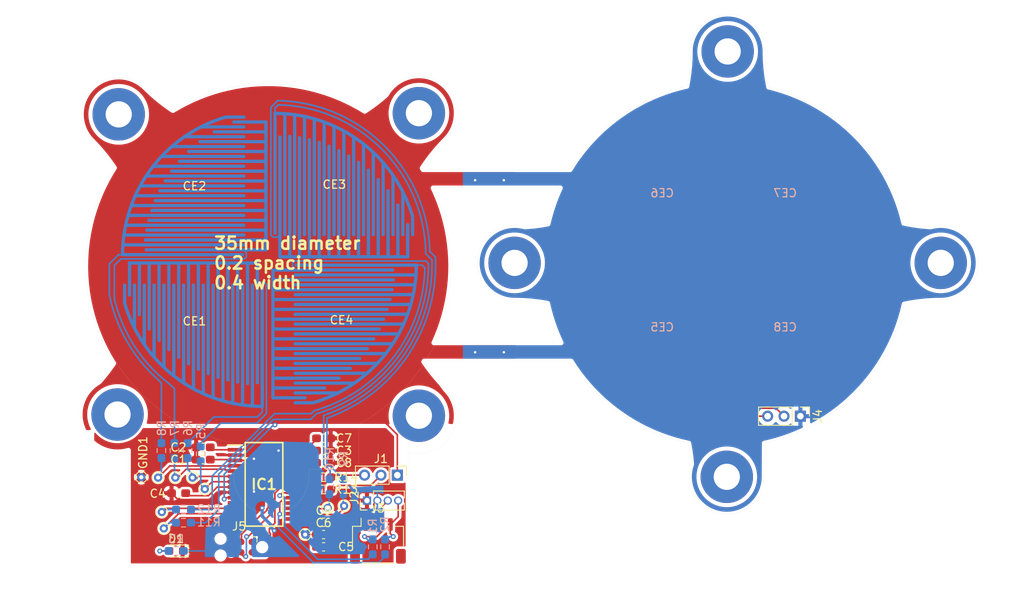
<source format=kicad_pcb>
(kicad_pcb (version 20241229) (generator "pcbnew") (generator_version "9.0")
  (layers (0 "F.Cu" signal) (2 "B.Cu" signal) (13 "F.Paste" user) (15 "B.Paste" user) (5 "F.SilkS" user "F.Silkscreen") (7 "B.SilkS" user "B.Silkscreen") (1 "F.Mask" user) (3 "B.Mask" user) (25 "Edge.Cuts" user))
  (net 0 "")
  (net 1 "Net-(IC1-VCCD)")
  (net 2 "GND")
  (net 3 "VDD")
  (net 4 "Net-(IC1-P5.2)")
  (net 5 "Net-(IC1-P5.3)")
  (net 6 "Net-(IC1-P5.0)")
  (net 7 "Net-(CE1-Pad2)")
  (net 8 "Net-(CE1-Pad1)")
  (net 9 "Net-(CE2-Pad2)")
  (net 10 "Net-(CE2-Pad1)")
  (net 15 "Net-(CE3-Pad1)")
  (net 16 "Net-(CE3-Pad2)")
  (net 17 "Net-(CE4-Pad1)")
  (net 18 "Net-(CE4-Pad2)")
  (net 19 "CAP3B")
  (net 20 "CAP2A")
  (net 21 "Net-(J1-Pin_3)")
  (net 22 "Net-(IC1-P0.1)")
  (net 27 "CAP0B")
  (net 28 "/RESET")
  (net 29 "Net-(IC1-P3.7)")
  (net 30 "CAP0A")
  (net 31 "CAP4A")
  (net 32 "Net-(IC1-P0.0)")
  (net 33 "CAP1A")
  (net 34 "CAP2B")
  (net 35 "CAP4B")
  (net 36 "Net-(IC1-P3.6)")
  (net 37 "CAP1B")
  (net 38 "CAP3A")
  (net 39 "SCL")
  (net 40 "SDA")
  (net 41 "SHIELD")
  (net 42 "Net-(J1-Pin_2)")
  (net 45 "Net-(D1-A)")
  (footprint "ECE382N:04W_02S_COIL_BACK" (layer "F.Cu") (at 186.462915 50.091 180)
    (property "Reference" "CE2")
    (property "Value" "C")
  )
  (footprint "MountingHole:MountingHole_3.2mm_M3_Pad" (layer "F.Cu") (at 216.813046 51.087283)
    (property "Reference" "H8" (hide yes))
    (property "Value" "~")
  )
  (footprint "ECE382N:04W_02S_COIL_BACK" (layer "F.Cu") (at 187.567915 50.341 90)
    (property "Reference" "CE3")
    (property "Value" "C")
  )
  (footprint "Capacitor_SMD:C_0603_1608Metric_Pad1.08x0.95mm_HandSolder" (layer "F.Cu") (at 175.8 79.2 180)
    (property "Reference" "C4")
    (property "Value" "0.1uF")
  )
  (footprint "TestPoint:TestPoint_THTPad_D1.0mm_Drill0.5mm" (layer "F.Cu") (at 177.5 77.3)
    (property "Reference" "TP2" (hide yes))
    (property "Value" "TestPoint")
  )
  (footprint "MountingHole:MountingHole_3.2mm_M3_Pad" (layer "F.Cu") (at 242.822646 25.280883)
    (property "Reference" "H5" (hide yes))
    (property "Value" "~")
  )
  (footprint "LED_SMD:LED_0603_1608Metric" (layer "F.Cu") (at 175.5 86.25 180)
    (property "Reference" "D1")
    (property "Value" "LED")
  )
  (footprint "Resistor_SMD:R_0603_1608Metric_Pad0.98x0.95mm_HandSolder" (layer "F.Cu") (at 193.5 77.25)
    (property "Reference" "R14")
    (property "Value" "560")
  )
  (footprint "Connector_PinHeader_1.27mm:PinHeader_1x04_P1.27mm_Vertical" (layer "F.Cu") (at 198.795 80.1 90)
    (property "Reference" "J2")
    (property "Value" "Conn_01x04")
  )
  (footprint "Capacitor_SMD:C_0603_1608Metric_Pad1.08x0.95mm_HandSolder" (layer "F.Cu") (at 178.8 75.1 180)
    (property "Reference" "C1")
    (property "Value" "0.1uF")
  )
  (footprint "ECE382N:04W_02S_COIL_FRONT" (layer "F.Cu") (at 242.23072 49.976 180)
    (property "Reference" "CE6")
    (property "Value" "C")
  )
  (footprint "Connector_PinHeader_2.00mm:PinHeader_1x03_P2.00mm_Vertical" (layer "F.Cu") (at 251.7 69.8 -90)
    (property "Reference" "J4")
    (property "Value" "Conn_01x03")
  )
  (footprint "TestPoint:TestPoint_THTPad_D1.0mm_Drill0.5mm" (layer "F.Cu") (at 175.4 77.3 180)
    (property "Reference" "TP3" (hide yes))
    (property "Value" "TestPoint")
  )
  (footprint "ECE382N:04W_02S_COIL_FRONT" (layer "F.Cu") (at 243.33572 50.226 90)
    (property "Reference" "CE7")
    (property "Value" "C")
  )
  (footprint "Capacitor_SMD:C_0603_1608Metric_Pad1.08x0.95mm_HandSolder" (layer "F.Cu") (at 193.5 74)
    (property "Reference" "C3")
    (property "Value" "2.2n")
  )
  (footprint "TestPoint:TestPoint_THTPad_D1.0mm_Drill0.5mm" (layer "F.Cu") (at 173.75 81.5 180)
    (property "Reference" "TP8" (hide yes))
    (property "Value" "TestPoint")
  )
  (footprint "MountingHole:MountingHole_3.2mm_M3_Pad" (layer "F.Cu") (at 168.491566 32.958434)
    (property "Reference" "H1" (hide yes))
    (property "Value" "~")
  )
  (footprint "Connector_PinHeader_2.00mm:PinHeader_1x03_P2.00mm_Vertical" (layer "F.Cu") (at 202.5 77 -90)
    (property "Reference" "J1")
    (property "Value" "Conn_01x03")
  )
  (footprint "Connector_JST:JST_SH_SM04B-SRSS-TB_1x04-1MP_P1.00mm_Horizontal" (layer "F.Cu") (at 200.137801 85.026409)
    (property "Reference" "J3")
    (property "Value" "Conn_01x04")
  )
  (footprint "MountingHole:MountingHole_3.2mm_M3_Pad" (layer "F.Cu") (at 268.832246 51.087283)
    (property "Reference" "H6" (hide yes))
    (property "Value" "~")
  )
  (footprint "ECE382N:SOP65P780X200-28N" (layer "F.Cu") (at 186.223505 78.125)
    (property "Reference" "IC1")
    (property "Value" "CY8C4145PVI-PS431" (hide yes))
  )
  (footprint "TestPoint:TestPoint_THTPad_D1.0mm_Drill0.5mm" (layer "F.Cu") (at 173.3 77.3 180)
    (property "Reference" "TP4" (hide yes))
    (property "Value" "TestPoint")
  )
  (footprint "MountingHole:MountingHole_3.2mm_M3_Pad" (layer "F.Cu") (at 205.131046 69.749583)
    (property "Reference" "H4" (hide yes))
    (property "Value" "~")
  )
  (footprint "ECE382N:04W_02S_COIL_BACK" (layer "F.Cu") (at 186.012915 51.102 -90)
    (property "Reference" "CE1")
    (property "Value" "C")
  )
  (footprint "TestPoint:TestPoint_THTPad_D1.0mm_Drill0.5mm" (layer "F.Cu") (at 196 80.75 90)
    (property "Reference" "TP5" (hide yes))
    (property "Value" "TestPoint")
  )
  (footprint "TestPoint:TestPoint_THTPad_D1.0mm_Drill0.5mm" (layer "F.Cu") (at 194 81)
    (property "Reference" "TP6" (hide yes))
    (property "Value" "TestPoint")
  )
  (footprint "ECE382N:04W_02S_COIL_BACK" (layer "F.Cu") (at 187.317915 51.362)
    (property "Reference" "CE4")
    (property "Value" "C")
  )
  (footprint "Capacitor_SMD:C_0603_1608Metric_Pad1.08x0.95mm_HandSolder" (layer "F.Cu") (at 193.5 75.5)
    (property "Reference" "C8")
    (property "Value" "470n")
  )
  (footprint "TestPoint:TestPoint_THTPad_D1.0mm_Drill0.5mm" (layer "F.Cu") (at 174 83.5 180)
    (property "Reference" "TP7" (hide yes))
    (property "Value" "TestPoint")
  )
  (footprint "ECE382N:04W_02S_COIL_FRONT" (layer "F.Cu") (at 243.08572 51.247)
    (property "Reference" "CE8")
    (property "Value" "C")
  )
  (footprint "Connector:Tag-Connect_TC2030-IDC-NL_2x03_P1.27mm_Vertical" (layer "F.Cu") (at 183.46 85.785 180)
    (property "Reference" "J5")
    (property "Value" "Conn_ARM_SWD_TagConnect_TC2030-NL")
  )
  (footprint "TestPoint:TestPoint_THTPad_D1.0mm_Drill0.5mm" (layer "F.Cu") (at 191.25 84.25 180)
    (property "Reference" "VDDD1" (hide yes))
    (property "Value" "TestPoint")
  )
  (footprint "ECE382N:04W_02S_COIL_FRONT" (layer "F.Cu") (at 241.78072 50.987 -90)
    (property "Reference" "CE5")
    (property "Value" "C")
  )
  (footprint "Capacitor_SMD:C_0603_1608Metric_Pad1.08x0.95mm_HandSolder" (layer "F.Cu") (at 193.5 85.75)
    (property "Reference" "C5")
    (property "Value" "470n")
  )
  (footprint "MountingHole:MountingHole_3.2mm_M3_Pad" (layer "F.Cu") (at 168.347876 69.597883)
    (property "Reference" "H3" (hide yes))
    (property "Value" "~")
  )
  (footprint "MountingHole:MountingHole_3.2mm_M3_Pad" (layer "F.Cu") (at 242.715396 77.204133)
    (property "Reference" "H7" (hide yes))
    (property "Value" "~")
  )
  (footprint "TestPoint:TestPoint_THTPad_D1.0mm_Drill0.5mm" (layer "F.Cu") (at 171.25 77.25 -90)
    (property "Reference" "GND1")
    (property "Value" "TestPoint")
  )
  (footprint "Resistor_SMD:R_0603_1608Metric_Pad0.98x0.95mm_HandSolder" (layer "F.Cu") (at 193.5 78.75)
    (property "Reference" "R13")
    (property "Value" "560")
  )
  (footprint "Capacitor_SMD:C_0603_1608Metric_Pad1.08x0.95mm_HandSolder" (layer "F.Cu") (at 193.5 82.75)
    (property "Reference" "C9")
    (property "Value" "0.1uF")
  )
  (footprint "Capacitor_SMD:C_0603_1608Metric_Pad1.08x0.95mm_HandSolder" (layer "F.Cu") (at 178.8 73.6 180)
    (property "Reference" "C2")
    (property "Value" "0.1uF")
  )
  (footprint "Capacitor_SMD:C_0603_1608Metric_Pad1.08x0.95mm_HandSolder" (layer "F.Cu") (at 193.5 72.5)
    (property "Reference" "C7")
    (property "Value" "470n")
  )
  (footprint "Capacitor_SMD:C_0603_1608Metric_Pad1.08x0.95mm_HandSolder" (layer "F.Cu") (at 193.5 84.25)
    (property "Reference" "C6")
    (property "Value" "470n")
  )
  (footprint "MountingHole:MountingHole_3.2mm_M3_Pad" (layer "F.Cu") (at 205.131006 32.814753)
    (property "Reference" "H2" (hide yes))
    (property "Value" "~")
  )
  (footprint "TestPoint:TestPoint_THTPad_D1.0mm_Drill0.5mm" (layer "F.Cu") (at 179 78.7)
    (property "Reference" "TP1" (hide yes))
    (property "Value" "TestPoint")
  )
  (footprint "Resistor_SMD:R_0603_1608Metric_Pad0.98x0.95mm_HandSolder" (layer "B.Cu") (at 176.4 82.8)
    (property "Reference" "R11")
    (property "Value" "560")
  )
  (footprint "Resistor_SMD:R_0603_1608Metric_Pad0.98x0.95mm_HandSolder" (layer "B.Cu") (at 178.5 74.4 90)
    (property "Reference" "R5")
    (property "Value" "560")
  )
  (footprint "Resistor_SMD:R_0603_1608Metric_Pad0.98x0.95mm_HandSolder" (layer "B.Cu") (at 173.7 74 90)
    (property "Reference" "R8")
    (property "Value" "560")
  )
  (footprint "Resistor_SMD:R_0603_1608Metric_Pad0.98x0.95mm_HandSolder" (layer "B.Cu") (at 176.4 81.2)
    (property "Reference" "R12")
    (property "Value" "560")
  )
  (footprint "Resistor_SMD:R_0603_1608Metric_Pad0.98x0.95mm_HandSolder" (layer "B.Cu") (at 176.9 74 90)
    (property "Reference" "R6")
    (property "Value" "560")
  )
  (footprint "Resistor_SMD:R_0603_1608Metric_Pad0.98x0.95mm_HandSolder" (layer "B.Cu") (at 175.5 86.25 180)
    (property "Reference" "R3")
    (property "Value" "560")
  )
  (footprint "Resistor_SMD:R_0603_1608Metric_Pad0.98x0.95mm_HandSolder" (layer "B.Cu") (at 199.5 85.75 90)
    (property "Reference" "R1")
    (property "Value" "560")
  )
  (footprint "Resistor_SMD:R_0603_1608Metric_Pad0.98x0.95mm_HandSolder" (layer "B.Cu") (at 194.2 78.4 90)
    (property "Reference" "R10")
    (property "Value" "560")
  )
  (footprint "Resistor_SMD:R_0603_1608Metric_Pad0.98x0.95mm_HandSolder" (layer "B.Cu") (at 175.3 74 90)
    (property "Reference" "R7")
    (property "Value" "560")
  )
  (footprint "Resistor_SMD:R_0603_1608Metric_Pad0.98x0.95mm_HandSolder" (layer "B.Cu") (at 201 85.75 90)
    (property "Reference" "R2")
    (property "Value" "560")
  )
  (footprint "Resistor_SMD:R_0603_1608Metric_Pad0.98x0.95mm_HandSolder" (layer "B.Cu") (at 195.9 78.4 90)
    (property "Reference" "R9")
    (property "Value" "560")
  )
  (gr_arc (start 241.43 69.567256) (mid 229.891768 65.372352) (end 223.483635 54.900301) (stroke (width 0.2)) (layer "F.Cu") (net 21))
  (gr_arc (start 223.770734 49.484577) (mid 227.983107 38.058235) (end 238.4 31.75) (stroke (width 0.2)) (layer "F.Cu") (net 21))
  (gr_arc (start 243.699965 31.736812) (mid 256.40309 37.032601) (end 261.9 49.65) (stroke (width 0.2)) (layer "F.Cu") (net 21))
  (gr_arc (start 174.773714 65.943) (mid 170.440753 61.277946) (end 167.952995 55.4172) (stroke (width 0.2)) (layer "B.Cu") (net 10))
  (gr_arc (start 205.863053 51.7) (mid 201.993987 62.640438) (end 192.367051 69.120018) (stroke (width 0.2)) (layer "B.Cu") (net 18))
  (gr_arc (start 207.166597 51.155728) (mid 203.591214 62.679511) (end 194 70) (stroke (width 0.2)) (layer "B.Cu") (net 15))
  (gr_arc (start 187.882195 31.286187) (mid 200.876977 36.761217) (end 206.469101 49.70604) (stroke (width 0.2)) (layer "B.Cu") (net 15))
  (gr_arc (start 187.963946 31.797564) (mid 200.635265 37.240356) (end 205.964164 49.96) (stroke (width 0.2)) (layer "B.Cu") (net 16))
  (gr_arc (start 173.3 65.35) (mid 169.504185 60.693143) (end 167.376338 55.074707) (stroke (width 0.2)) (layer "B.Cu") (net 9))
  (gr_arc (start 206.299177 51.353274) (mid 202.486677 62.707486) (end 192.620041 69.497405) (stroke (width 0.2)) (layer "B.Cu") (net 17))
  (gr_arc (start 206.735478 51.155121) (mid 203.151587 62.548483) (end 193.569796 69.678858) (stroke (width 0.2)) (layer "B.Cu") (net 16))
  (gr_arc (start 208.766824 56.123035) (mid 204.854234 64.641913) (end 197.784146 70.797682) (stroke (width 0.008)) (layer "F.SilkS"))
  (gr_arc (start 182.464917 73.10369) (mid 174.257781 69.560132) (end 168.103842 63.076083) (stroke (width 0.008)) (layer "F.SilkS"))
  (gr_line (start 197.784146 70.797682) (end 197.784146 76.284083) (stroke (width 0.008)) (layer "F.SilkS"))
  (gr_line (start 197.784146 76.284083) (end 191.814195 76.284083) (stroke (width 0.008)) (layer "F.SilkS"))
  (gr_line (start 191.676799 77.182719) (end 191.814195 76.284083) (stroke (width 0.008)) (layer "F.SilkS"))
  (gr_arc (start 191.676799 77.182719) (mid 186.3339 81.703965) (end 182.815522 75.653404) (stroke (width 0.008)) (layer "F.SilkS"))
  (gr_arc (start 182.464917 73.10369) (mid 182.678102 74.373338) (end 182.815522 75.653404) (stroke (width 0.008)) (layer "F.SilkS"))
  (gr_arc (start 216.813046 55.653635) (mid 212.2889 50.467868) (end 218.040426 46.688975) (stroke (width 0.008)) (layer "Edge.Cuts"))
  (gr_line (start 206.966778 60.840883) (end 222.487259 60.840883) (stroke (width 0.008)) (layer "Edge.Cuts"))
  (gr_arc (start 165.262667 36.187333) (mid 166.696577 37.771834) (end 167.965653 39.49119) (stroke (width 0.008)) (layer "Edge.Cuts"))
  (gr_arc (start 222.487259 60.840883) (mid 221.529753 58.483548) (end 220.847236 56.032423) (stroke (width 0.008)) (layer "Edge.Cuts"))
  (gr_line (start 203.808246 88.069683) (end 203.808246 74.120137) (stroke (width 0.008)) (layer "Edge.Cuts"))
  (gr_arc (start 175.107991 32.487779) (mid 173.343807 31.195145) (end 171.720464 29.729536) (stroke (width 0.008)) (layer "Edge.Cuts"))
  (gr_arc (start 238.256294 25.280883) (mid 242.822646 20.714531) (end 247.388998 25.280883) (stroke (width 0.008)) (layer "Edge.Cuts"))
  (gr_line (start 208.344731 66.505547) (end 207.806458 65.772968) (stroke (width 0.008)) (layer "Edge.Cuts"))
  (gr_arc (start 247.281699 77.182719) (mid 241.9388 81.703965) (end 238.420422 75.653404) (stroke (width 0.008)) (layer "Edge.Cuts"))
  (gr_arc (start 267.604866 46.688975) (mid 273.356392 50.467868) (end 268.832246 55.653635) (stroke (width 0.008)) (layer "Edge.Cuts"))
  (gr_arc (start 223.583609 39.708083) (mid 229.665648 33.160005) (end 237.831414 29.528363) (stroke (width 0.008)) (layer "Edge.Cuts"))
  (gr_arc (start 220.895547 46.331918) (mid 219.473982 46.558391) (end 218.040426 46.688975) (stroke (width 0.008)) (layer "Edge.Cuts"))
  (gr_arc (start 264.371724 56.123035) (mid 266.58967 55.771307) (end 268.832246 55.653635) (stroke (width 0.008)) (layer "Edge.Cuts"))
  (gr_arc (start 216.813046 55.653635) (mid 218.839013 55.748539) (end 220.847236 56.032423) (stroke (width 0.008)) (layer "Edge.Cuts"))
  (gr_arc (start 205.537759 39.52963) (mid 205.594166 39.618724) (end 205.65015 39.708083) (stroke (width 0.008)) (layer "Edge.Cuts"))
  (gr_arc (start 267.604866 46.688975) (mid 265.955471 46.530284) (end 264.323254 46.244706) (stroke (width 0.008)) (layer "Edge.Cuts"))
  (gr_arc (start 175.107991 32.487779) (mid 186.826148 29.211232) (end 198.518452 32.57887) (stroke (width 0.008)) (layer "Edge.Cuts"))
  (gr_line (start 247.3 73.100001) (end 247.281698 77.182719) (stroke (width 0.008)) (layer "Edge.Cuts"))
  (gr_line (start 169.670646 73.968446) (end 169.670646 88.069683) (stroke (width 0.008)) (layer "Edge.Cuts"))
  (gr_arc (start 238.256294 25.280883) (mid 238.149809 27.415222) (end 237.831414 29.528363) (stroke (width 0.008)) (layer "Edge.Cuts"))
  (gr_arc (start 201.153049 30.572566) (mid 207.892066 29.177708) (end 208.359909 36.043649) (stroke (width 0.008)) (layer "Edge.Cuts"))
  (gr_arc (start 247.833969 29.626599) (mid 247.500531 27.465102) (end 247.388998 25.280883) (stroke (width 0.008)) (layer "Edge.Cuts"))
  (gr_arc (start 207.806458 65.772968) (mid 206.71664 64.502747) (end 205.729285 63.151349) (stroke (width 0.008)) (layer "Edge.Cuts"))
  (gr_line (start 223.708742 63.076083) (end 205.775282 63.076083) (stroke (width 0.008)) (layer "Edge.Cuts"))
  (gr_arc (start 201.153049 30.572566) (mid 199.874538 31.626653) (end 198.518452 32.57887) (stroke (width 0.008)) (layer "Edge.Cuts"))
  (gr_arc (start 205.775282 63.076083) (mid 205.752322 63.113739) (end 205.729285 63.151349) (stroke (width 0.008)) (layer "Edge.Cuts"))
  (gr_arc (start 205.537759 39.52963) (mid 206.857374 37.712596) (end 208.359909 36.043649) (stroke (width 0.008)) (layer "Edge.Cuts"))
  (gr_line (start 205.65015 39.708083) (end 223.583609 39.708083) (stroke (width 0.008)) (layer "Edge.Cuts"))
  (gr_arc (start 264.371724 56.123035) (mid 258.32079 67.110315) (end 247.3 73.1) (stroke (width 0.008)) (layer "Edge.Cuts"))
  (gr_arc (start 238.069817 73.10369) (mid 229.862681 69.560132) (end 223.708742 63.076083) (stroke (width 0.008)) (layer "Edge.Cuts"))
  (gr_arc (start 208.344731 66.505547) (mid 209.053974 72.086716) (end 203.808246 74.120137) (stroke (width 0.008)) (layer "Edge.Cuts"))
  (gr_arc (start 238.069817 73.10369) (mid 238.283002 74.373338) (end 238.420422 75.653404) (stroke (width 0.008)) (layer "Edge.Cuts"))
  (gr_line (start 222.392107 41.943283) (end 206.871633 41.943283) (stroke (width 0.008)) (layer "Edge.Cuts"))
  (gr_arc (start 206.871633 41.943283) (mid 209.021783 51.381497) (end 206.966778 60.840883) (stroke (width 0.008)) (layer "Edge.Cuts"))
  (gr_arc (start 220.895547 46.331918) (mid 221.529363 44.098566) (end 222.392107 41.943283) (stroke (width 0.008)) (layer "Edge.Cuts"))
  (gr_arc (start 169.670646 73.968446) (mid 164.148379 71.391131) (end 166.105697 65.619918) (stroke (width 0.008)) (layer "Edge.Cuts"))
  (gr_line (start 169.670646 88.069683) (end 203.808246 88.069683) (stroke (width 0.008)) (layer "Edge.Cuts"))
  (gr_arc (start 165.262667 36.187333) (mid 165.262667 29.729535) (end 171.720464 29.729536) (stroke (width 0.008)) (layer "Edge.Cuts"))
  (gr_arc (start 167.872095 63.348564) (mid 164.456998 51.406301) (end 167.965653 39.49119) (stroke (width 0.008)) (layer "Edge.Cuts"))
  (gr_arc (start 167.872095 63.348564) (mid 167.027037 64.513902) (end 166.105697 65.619918) (stroke (width 0.008)) (layer "Edge.Cuts"))
  (gr_arc (start 247.833969 29.626599) (mid 258.436826 35.595719) (end 264.323254 46.244706) (stroke (width 0.008)) (layer "Edge.Cuts"))
  (gr_text "35mm diameter\n0.2 spacing\n0.4 width" (at 179.98 54.4 0) (layer "F.SilkS") (effects (font (size 1.5 1.5) (thickness 0.3) (bold yes)) (justify left bottom)))
  (segment (start 180.1 73.9) (end 182.685505 73.9) (width 0.2) (layer "F.Cu") (net 1))
  (segment (start 182.685505 79.1) (end 180.432786 79.1) (width 0.2) (layer "F.Cu") (net 2))
  (segment (start 198.795 82.86921) (end 198.637801 83.026409) (width 0.2) (layer "F.Cu") (net 2))
  (segment (start 198.795 80.1) (end 198.795 82.86921) (width 0.2) (layer "F.Cu") (net 2))
  (segment (start 201.524 78.274) (end 201.524 74.524) (width 0.2) (layer "F.Cu") (net 2))
  (segment (start 180.432786 79.1) (end 179.556786 79.976) (width 0.2) (layer "F.Cu") (net 2))
  (segment (start 179.556786 79.976) (end 175.713499 79.976) (width 0.2) (layer "F.Cu") (net 2))
  (segment (start 175.713499 79.976) (end 174.937499 79.2) (width 0.2) (layer "F.Cu") (net 2))
  (segment (start 203.407246 79.157246) (end 203.407246 81.5) (width 0.2) (layer "F.Cu") (net 2))
  (segment (start 185 74) (end 186 74) (width 0.2) (layer "F.Cu") (net 2))
  (segment (start 182.685505 74.55) (end 184.45 74.55) (width 0.2) (layer "F.Cu") (net 2))
  (segment (start 184.45 74.55) (end 185 74) (width 0.2) (layer "F.Cu") (net 2))
  (via (at 186 81) (size 0.6) (drill 0.3) (layers "F.Cu" "B.Cu") (net 2))
  (via (at 187.484285 83.765715) (size 0.6) (drill 0.3) (layers "F.Cu" "B.Cu") (net 2))
  (segment (start 187.109285 83.390715) (end 187.109285 83.109285) (width 0.4) (layer "B.Cu") (net 2))
  (segment (start 187.109285 83.109285) (end 186 82) (width 0.4) (layer "B.Cu") (net 2))
  (segment (start 186 82) (end 186 81) (width 0.4) (layer "B.Cu") (net 2))
  (segment (start 187.484285 83.765715) (end 187.109285 83.390715) (width 0.4) (layer "B.Cu") (net 2))
  (segment (start 192.2375 82.35) (end 192.6375 82.75) (width 0.2) (layer "F.Cu") (net 3))
  (segment (start 182.685505 75.2) (end 184.8 75.2) (width 0.2) (layer "F.Cu") (net 3))
  (segment (start 185.150252 84.776813) (end 185.150252 84.989748) (width 0.2) (layer "F.Cu") (net 3))
  (segment (start 182.585505 75.1) (end 182.685505 75.2) (width 0.2) (layer "F.Cu") (net 3))
  (segment (start 179.464686 79.501) (end 180.515686 78.45) (width 0.2) (layer "F.Cu") (net 3))
  (segment (start 179.6625 75.1) (end 181 75.1) (width 0.2) (layer "F.Cu") (net 3))
  (segment (start 176.963501 79.501) (end 179.464686 79.501) (width 0.2) (layer "F.Cu") (net 3))
  (segment (start 181 75.1) (end 182.585505 75.1) (width 0.2) (layer "F.Cu") (net 3))
  (segment (start 185.340317 84.586748) (end 185.150252 84.776813) (width 0.2) (layer "F.Cu") (net 3))
  (segment (start 184.45 78.45) (end 185 79) (width 0.2) (layer "F.Cu") (net 3))
  (segment (start 180.515686 78.45) (end 182.685505 78.45) (width 0.2) (layer "F.Cu") (net 3))
  (segment (start 185.150252 84.989748) (end 184.74 85.4) (width 0.2) (layer "F.Cu") (net 3))
  (segment (start 189.761505 82.35) (end 192.2375 82.35) (width 0.2) (layer "F.Cu") (net 3))
  (segment (start 189.761505 73.9) (end 188.1 73.9) (width 0.2) (layer "F.Cu") (net 3))
  (segment (start 200.065 80.1) (end 199.637801 80.527199) (width 0.2) (layer "F.Cu") (net 3))
  (segment (start 188.1 73.9) (end 188 74) (width 0.2) (layer "F.Cu") (net 3))
  (segment (start 199.637801 83.026409) (end 199.637801 81.5) (width 0.2) (layer "F.Cu") (net 3))
  (segment (start 176.662501 79.2) (end 176.963501 79.501) (width 0.2) (layer "F.Cu") (net 3))
  (segment (start 191.25 84.25) (end 192.637499 84.25) (width 0.2) (layer "F.Cu") (net 3))
  (segment (start 182.685505 78.45) (end 184.45 78.45) (width 0.2) (layer "F.Cu") (net 3))
  (segment (start 184.8 75.2) (end 185 75) (width 0.2) (layer "F.Cu") (net 3))
  (segment (start 199.637801 80.527199) (end 199.637801 81.5) (width 0.2) (layer "F.Cu") (net 3))
  (segment (start 192.637499 85.75) (end 192.6375 82.75) (width 0.2) (layer "F.Cu") (net 3))
  (via (at 185 75) (size 0.6) (drill 0.3) (layers "F.Cu" "B.Cu") (net 3))
  (via (at 199.637801 81.5) (size 0.6) (drill 0.3) (layers "F.Cu" "B.Cu") (net 3))
  (via (at 185.340317 84.586748) (size 0.6) (drill 0.3) (layers "F.Cu" "B.Cu") (net 3))
  (via (at 185 79) (size 0.6) (drill 0.3) (layers "F.Cu" "B.Cu") (net 3))
  (via (at 188 74) (size 0.6) (drill 0.3) (layers "F.Cu" "B.Cu") (net 3))
  (segment (start 200.065 80.1) (end 200.065 80.935) (width 0.2) (layer "B.Cu") (net 3))
  (segment (start 200 81) (end 199.5 81.5) (width 0.2) (layer "B.Cu") (net 3))
  (segment (start 200.065 80.935) (end 200 81) (width 0.2) (layer "B.Cu") (net 3))
  (segment (start 200.065 80.1) (end 200.065 78.565) (width 0.2) (layer "B.Cu") (net 3))
  (segment (start 176.4125 86.25) (end 179.25 86.25) (width 0.2) (layer "B.Cu") (net 3))
  (segment (start 192.2 73.737499) (end 190.737499 75.2) (width 0.2) (layer "F.Cu") (net 4))
  (segment (start 190.737499 75.2) (end 189.761505 75.2) (width 0.2) (layer "F.Cu") (net 4))
  (segment (start 189.761505 74.55) (end 189.812505 74.601) (width 0.2) (layer "F.Cu") (net 5))
  (segment (start 190.649 74.601) (end 192.637499 72.612501) (width 0.2) (layer "F.Cu") (net 5))
  (segment (start 192.637499 72.612501) (end 192.637499 72.5) (width 0.2) (layer "F.Cu") (net 5))
  (segment (start 189.812505 74.601) (end 190.649 74.601) (width 0.2) (layer "F.Cu") (net 5))
  (segment (start 191.987499 75.85) (end 189.761505 75.85) (width 0.2) (layer "F.Cu") (net 6))
  (segment (start 192.4 75.437499) (end 191.987499 75.85) (width 0.2) (layer "F.Cu") (net 6))
  (segment (start 180.0875 69.9) (end 176.9 73.0875) (width 0.2) (layer "B.Cu") (net 7))
  (segment (start 186.012915 61.402) (end 186.012915 68.687085) (width 0.2) (layer "B.Cu") (net 7))
  (segment (start 186.012915 61.202) (end 186.012915 69.287085) (width 0.2) (layer "B.Cu") (net 7))
  (segment (start 186.012915 69.287085) (end 185.4 69.9) (width 0.2) (layer "B.Cu") (net 7))
  (segment (start 185.4 69.9) (end 180.0875 69.9) (width 0.2) (layer "B.Cu") (net 7))
  (segment (start 185.412915 53.83213) (end 185.412915 58.497) (width 0.2) (layer "B.Cu") (net 8))
  (segment (start 185.35 70.65) (end 186.513915 69.486085) (width 0.2) (layer "B.Cu") (net 8))
  (segment (start 186.281785 53.501) (end 185.744045 53.501) (width 0.2) (layer "B.Cu") (net 8))
  (segment (start 186.513915 53.73313) (end 186.281785 53.501) (width 0.2) (layer "B.Cu") (net 8))
  (segment (start 186.513915 69.486085) (end 186.513915 53.73313) (width 0.2) (layer "B.Cu") (net 8))
  (segment (start 178.525 73.075) (end 180.95 70.65) (width 0.2) (layer "B.Cu") (net 8))
  (segment (start 185.744045 53.501) (end 185.412915 53.83213) (width 0.2) (layer "B.Cu") (net 8))
  (segment (start 178.5 73.075) (end 178.525 73.075) (width 0.2) (layer "B.Cu") (net 8))
  (segment (start 180.95 70.65) (end 185.35 70.65) (width 0.2) (layer "B.Cu") (net 8))
  (segment (start 167.35 51.203915) (end 167.35 55.048369) (width 0.2) (layer "B.Cu") (net 9))
  (segment (start 170.65 50.1) (end 169.717815 50.1) (width 0.2) (layer "B.Cu") (net 9))
  (segment (start 171.012057 50.091) (end 170.679857 50.091) (width 0.2) (layer "B.Cu") (net 9))
  (segment (start 173.3 65.35) (end 173.7 65.75) (width 0.2) (layer "B.Cu") (net 9))
  (segment (start 168.462915 50.091) (end 167.35 51.203915) (width 0.2) (layer "B.Cu") (net 9))
  (segment (start 169.717815 50.1) (end 169.385615 50.1) (width 0.2) (layer "B.Cu") (net 9))
  (segment (start 167.35 55.048369) (end 167.376338 55.074707) (width 0.2) (layer "B.Cu") (net 9))
  (segment (start 170.407157 50.091) (end 176.662915 50.091) (width 0.2) (layer "B.Cu") (net 9))
  (segment (start 176.362915 50.091) (end 168.462915 50.091) (width 0.2) (layer "B.Cu") (net 9))
  (segment (start 173.7 65.75) (end 173.7 73.0875) (width 0.2) (layer "B.Cu") (net 9))
  (segment (start 183.823785 50.6) (end 184.063915 50.35987) (width 0.2) (layer "B.Cu") (net 10))
  (segment (start 167.952995 51.39482) (end 167.952995 55.4172) (width 0.2) (layer "B.Cu") (net 10))
  (segment (start 168.747815 50.6) (end 183.823785 50.6) (width 0.2) (layer "B.Cu") (net 10))
  (segment (start 167.952995 51.39482) (end 168.747815 50.6) (width 0.2) (layer "B.Cu") (net 10))
  (segment (start 184.063915 50.35987) (end 184.063915 49.82213) (width 0.2) (layer "B.Cu") (net 10))
  (segment (start 175.3 66.469286) (end 175.3 73.0875) (width 0.2) (layer "B.Cu") (net 10))
  (segment (start 174.773714 65.943) (end 175.3 66.469286) (width 0.2) (layer "B.Cu") (net 10))
  (segment (start 184.063915 49.82213) (end 183.732785 49.491) (width 0.2) (layer "B.Cu") (net 10))
  (segment (start 183.732785 49.491) (end 179.067915 49.491) (width 0.2) (layer "B.Cu") (net 10))
  (segment (start 188.167915 47.61087) (end 188.167915 42.946) (width 0.2) (layer "B.Cu") (net 15))
  (segment (start 195.9 77.4875) (end 193.9125 75.5) (width 0.2) (layer "B.Cu") (net 15))
  (segment (start 206.469101 49.70604) (end 207.166597 50.403536) (width 0.2) (layer "B.Cu") (net 15))
  (segment (start 187.066915 32.101467) (end 187.066915 47.70987) (width 0.2) (layer "B.Cu") (net 15))
  (segment (start 207.166597 50.403536) (end 207.166597 51.155728) (width 0.2) (layer "B.Cu") (net 15))
  (segment (start 187.836785 47.942) (end 188.167915 47.61087) (width 0.2) (layer "B.Cu") (net 15))
  (segment (start 187.882195 31.286187) (end 187.066915 32.101467) (width 0.2) (layer "B.Cu") (net 15))
  (segment (start 193.9125 70.0875) (end 194 70) (width 0.2) (layer "B.Cu") (net 15))
  (segment (start 187.299045 47.942) (end 187.836785 47.942) (width 0.2) (layer "B.Cu") (net 15))
  (segment (start 187.066915 47.70987) (end 187.299045 47.942) (width 0.2) (layer "B.Cu") (net 15))
  (segment (start 193.9125 75.5) (end 193.9125 70.0875) (width 0.2) (layer "B.Cu") (net 15))
  (segment (start 193.5115 75.6661) (end 194.3 76.4546) (width 0.2) (layer "B.Cu") (net 16))
  (segment (start 193.5115 69.737154) (end 193.5115 70.9885) (width 0.2) (layer "B.Cu") (net 16))
  (segment (start 193.5115 71) (end 193.5115 75.6661) (width 0.2) (layer "B.Cu") (net 16))
  (segment (start 193.5115 70.9885) (end 193.5 71) (width 0.2) (layer "B.Cu") (net 16))
  (segment (start 205.964164 49.96) (end 206.735478 50.731314) (width 0.2) (layer "B.Cu") (net 16))
  (segment (start 187.963946 31.797564) (end 187.954759 31.797564) (width 0.2) (layer "B.Cu") (net 16))
  (segment (start 193.569796 69.678858) (end 193.5115 69.737154) (width 0.2) (layer "B.Cu") (net 16))
  (segment (start 194.3 76.4546) (end 194.3 77.3875) (width 0.2) (layer "B.Cu") (net 16))
  (segment (start 187.567915 32.193595) (end 187.963946 31.797564) (width 0.2) (layer "B.Cu") (net 16))
  (segment (start 187.567915 40.241) (end 187.567915 32.193595) (width 0.2) (layer "B.Cu") (net 16))
  (segment (start 206.735478 50.731314) (end 206.735478 51.155121) (width 0.2) (layer "B.Cu") (net 16))
  (segment (start 194.3 77.3875) (end 194.2 77.4875) (width 0.2) (layer "B.Cu") (net 16))
  (segment (start 193.5 71) (end 193.5115 71) (width 0.2) (layer "B.Cu") (net 16))
  (segment (start 179.1 82.8) (end 177.3125 82.8) (width 0.2) (layer "B.Cu") (net 17))
  (segment (start 189.949045 50.861) (end 205.986916 50.861) (width 0.2) (layer "B.Cu") (net 17))
  (segment (start 190.048045 51.962) (end 189.716915 51.63087) (width 0.2) (layer "B.Cu") (net 17))
  (segment (start 205.986916 50.861) (end 206.299177 51.173261) (width 0.2) (layer "B.Cu") (net 17))
  (segment (start 206.299177 51.173261) (end 206.299177 51.353274) (width 0.2) (layer "B.Cu") (net 17))
  (segment (start 187.374754 70.192346) (end 180.7 76.8671) (width 0.2) (layer "B.Cu") (net 17))
  (segment (start 192.620041 69.497405) (end 191.9251 70.192346) (width 0.2) (layer "B.Cu") (net 17))
  (segment (start 180.7 76.8671) (end 180.7 81.2) (width 0.2) (layer "B.Cu") (net 17))
  (segment (start 189.716915 51.09313) (end 189.949045 50.861) (width 0.2) (layer "B.Cu") (net 17))
  (segment (start 180.7 81.2) (end 179.1 82.8) (width 0.2) (layer "B.Cu") (net 17))
  (segment (start 189.716915 51.63087) (end 189.716915 51.09313) (width 0.2) (layer "B.Cu") (net 17))
  (segment (start 191.9251 70.192346) (end 187.374754 70.192346) (width 0.2) (layer "B.Cu") (net 17))
  (segment (start 194.712915 51.962) (end 190.048045 51.962) (width 0.2) (layer "B.Cu") (net 17))
  (segment (start 179.9 81.2) (end 177.3125 81.2) (width 0.2) (layer "B.Cu") (net 18))
  (segment (start 197.417915 51.362) (end 205.525053 51.362) (width 0.2) (layer "B.Cu") (net 18))
  (segment (start 191.992115 69.492115) (end 187.507885 69.492115) (width 0.2) (layer "B.Cu") (net 18))
  (segment (start 187.507885 69.492115) (end 179.9 77.1) (width 0.2) (layer "B.Cu") (net 18))
  (segment (start 179.9 77.1) (end 179.9 81.2) (width 0.2) (layer "B.Cu") (net 18))
  (segment (start 192.366431 69.117799) (end 191.992115 69.492115) (width 0.2) (layer "B.Cu") (net 18))
  (segment (start 205.525053 51.362) (end 205.863053 51.7) (width 0.2) (layer "B.Cu") (net 18))
  (segment (start 189.761505 81.05) (end 189.812505 81.101) (width 0.2) (layer "F.Cu") (net 19))
  (segment (start 193.899 81.101) (end 194 81) (width 0.2) (layer "F.Cu") (net 19))
  (segment (start 189.761505 81.174) (end 189.761505 81.05) (width 0.2) (layer "F.Cu") (net 19))
  (segment (start 189.812505 81.101) (end 193.899 81.101) (width 0.2) (layer "F.Cu") (net 19))
  (segment (start 194.2 80.8) (end 194 81) (width 0.2) (layer "B.Cu") (net 19))
  (segment (start 194.2 79.3125) (end 194.2 80.8) (width 0.2) (layer "B.Cu") (net 19))
  (segment (start 182.685505 76.5) (end 182.561505 76.376) (width 0.2) (layer "F.Cu") (net 20))
  (segment (start 176.723 76.277) (end 175.6 77.4) (width 0.2) (layer "F.Cu") (net 20))
  (segment (start 181.497005 76.376) (end 181.497005 76.277) (width 0.2) (layer "F.Cu") (net 20))
  (segment (start 181.497005 76.277) (end 176.723 76.277) (width 0.2) (layer "F.Cu") (net 20))
  (segment (start 182.561505 76.376) (end 181.497005 76.376) (width 0.2) (layer "F.Cu") (net 20))
  (segment (start 175.3 77.1) (end 175.6 77.4) (width 0.2) (layer "B.Cu") (net 20))
  (segment (start 175.3 74.9125) (end 175.3 77.1) (width 0.2) (layer "B.Cu") (net 20))
  (segment (start 223.770734 49.484577) (end 223.770734 50.4) (width 0.2) (layer "F.Cu") (net 21))
  (segment (start 194.9125 77) (end 194.4125 77.5) (width 0.2) (layer "F.Cu") (net 21))
  (segment (start 223.5 50.670734) (end 223.5 54.88503) (width 0.2) (layer "F.Cu") (net 21))
  (segment (start 241.422744 69.567256) (end 241.78072 69.20928) (width 0.2) (layer "F.Cu") (net 21))
  (segment (start 241.78072 69.042) (end 242.53872 69.8) (width 0.2) (layer "F.Cu") (net 21))
  (segment (start 261.9 49.65) (end 260.303 51.247) (width 0.2) (layer "F.Cu") (net 21))
  (segment (start 223.770734 50.4) (end 223.5 50.670734) (width 0.2) (layer "F.Cu") (net 21))
  (segment (start 243.33572 40.126) (end 243.33572 32.101057) (width 0.2) (layer "F.Cu") (net 21))
  (segment (start 243.35546 31.75) (end 243.684018 31.75) (width 0.2) (layer "F.Cu") (net 21))
  (segment (start 198.5 77) (end 194.9125 77) (width 0.2) (layer "F.Cu") (net 21))
  (segment (start 260.303 51.247) (end 253.38572 51.247) (width 0.2) (layer "F.Cu") (net 21))
  (segment (start 241.78072 61.287) (end 241.78072 69.042) (width 0.2) (layer "F.Cu") (net 21))
  (segment (start 242.53872 69.8) (end 247.7 69.8) (width 0.2) (layer "F.Cu") (net 21))
  (segment (start 232.13072 49.976) (end 231.714 49.976) (width 0.2) (layer "F.Cu") (net 21))
  (segment (start 223.770734 50.4) (end 224.194734 49.976) (width 0.2) (layer "F.Cu") (net 21))
  (segment (start 243.33572 32.101057) (end 243.699965 31.736812) (width 0.2) (layer "F.Cu") (net 21))
  (segment (start 241.78072 69.20928) (end 241.78072 69.042) (width 0.2) (layer "F.Cu") (net 21))
  (segment (start 243.35546 31.75) (end 238.4 31.75) (width 0.2) (layer "F.Cu") (net 21))
  (segment (start 224.194734 49.976) (end 232.13072 49.976) (width 0.2) (layer "F.Cu") (net 21))
  (segment (start 183.84112 87.033433) (end 183.477687 86.67) (width 0.2) (layer "F.Cu") (net 22))
  (segment (start 183.886427 87.033433) (end 183.84112 87.033433) (width 0.2) (layer "F.Cu") (net 22))
  (segment (start 187.151 78.849) (end 188.2 77.8) (width 0.2) (layer "F.Cu") (net 22))
  (segment (start 183.993552 86.926308) (end 183.886427 87.033433) (width 0.2) (layer "F.Cu") (net 22))
  (segment (start 188.2 77.8) (end 189.761505 77.8) (width 0.2) (layer "F.Cu") (net 22))
  (segment (start 183.477687 86.67) (end 183.47 86.67) (width 0.2) (layer "F.Cu") (net 22))
  (segment (start 187.151 81.649) (end 187.151 78.849) (width 0.2) (layer "F.Cu") (net 22))
  (segment (start 184.1 84.5) (end 184.3 84.5) (width 0.2) (layer "F.Cu") (net 22))
  (segment (start 184.3 84.5) (end 187.151 81.649) (width 0.2) (layer "F.Cu") (net 22))
  (via (at 183.993552 86.926308) (size 0.6) (drill 0.3) (layers "F.Cu" "B.Cu") (net 22))
  (via (at 184.1 84.5) (size 0.6) (drill 0.3) (layers "F.Cu" "B.Cu") (net 22))
  (segment (start 184.065626 86.926308) (end 183.993552 86.926308) (width 0.2) (layer "B.Cu") (net 22))
  (segment (start 184.1 84.5) (end 184.07737 84.52263) (width 0.2) (layer "B.Cu") (net 22))
  (segment (start 184.07737 86.914564) (end 184.065626 86.926308) (width 0.2) (layer "B.Cu") (net 22))
  (segment (start 184.07737 84.52263) (end 184.07737 86.914564) (width 0.2) (layer "B.Cu") (net 22))
  (segment (start 192.5875 77.5) (end 192.2375 77.15) (width 0.2) (layer "F.Cu") (net 27))
  (segment (start 192.2375 77.15) (end 189.761505 77.15) (width 0.2) (layer "F.Cu") (net 27))
  (segment (start 186.75 78.447005) (end 188.697005 76.5) (width 0.2) (layer "F.Cu") (net 28))
  (segment (start 186.099 81.601) (end 186.248943 81.601) (width 0.2) (layer "F.Cu") (net 28))
  (segment (start 183.47637 84.22363) (end 186.099 81.601) (width 0.2) (layer "F.Cu") (net 28))
  (segment (start 186.601 81.248943) (end 186.601 81.099) (width 0.2) (layer "F.Cu") (net 28))
  (segment (start 183.47637 84.971573) (end 183.47637 84.22363) (width 0.2) (layer "F.Cu") (net 28))
  (segment (start 186.75 80.95) (end 186.75 78.447005) (width 0.2) (layer "F.Cu") (net 28))
  (segment (start 183.47 85.03) (end 183.502399 84.997601) (width 0.2) (layer "F.Cu") (net 28))
  (segment (start 183.47 85.4) (end 183.47 85.03) (width 0.2) (layer "F.Cu") (net 28))
  (segment (start 188.697005 76.5) (end 189.761505 76.5) (width 0.2) (layer "F.Cu") (net 28))
  (segment (start 183.502399 84.997601) (end 183.47637 84.971573) (width 0.2) (layer "F.Cu") (net 28))
  (segment (start 186.248943 81.601) (end 186.601 81.248943) (width 0.2) (layer "F.Cu") (net 28))
  (segment (start 186.601 81.099) (end 186.75 80.95) (width 0.2) (layer "F.Cu") (net 28))
  (segment (start 189.711505 79.15) (end 189.761505 79.1) (width 0.2) (layer "F.Cu") (net 29))
  (segment (start 188.152 79.499472) (end 188.501472 79.15) (width 0.2) (layer "F.Cu") (net 29))
  (segment (start 188.501472 79.15) (end 189.711505 79.15) (width 0.2) (layer "F.Cu") (net 29))
  (via (at 188.152 79.499472) (size 0.6) (drill 0.3) (layers "F.Cu" "B.Cu") (net 29))
  (segment (start 188.448528 79.446585) (end 188.753 79.751057) (width 0.2) (layer "B.Cu") (net 29))
  (segment (start 188.204887 79.446585) (end 188.448528 79.446585) (width 0.2) (layer "B.Cu") (net 29))
  (segment (start 192.767683 87.267683) (end 197.482317 87.267683) (width 0.2) (layer "B.Cu") (net 29))
  (segment (start 188.753 83.247) (end 188.75 83.25) (width 0.2) (layer "B.Cu") (net 29))
  (segment (start 197.482317 87.267683) (end 197.5 87.25) (width 0.2) (layer "B.Cu") (net 29))
  (segment (start 188.75 83.25) (end 192.767683 87.267683) (width 0.2) (layer "B.Cu") (net 29))
  (segment (start 199 87.1625) (end 199.5 86.6625) (width 0.2) (layer "B.Cu") (net 29))
  (segment (start 197.5 87.25) (end 199 87.25) (width 0.2) (layer "B.Cu") (net 29))
  (segment (start 188.152 79.499472) (end 188.204887 79.446585) (width 0.2) (layer "B.Cu") (net 29))
  (segment (start 188.753 79.751057) (end 188.753 83.247) (width 0.2) (layer "B.Cu") (net 29))
  (segment (start 199 87.25) (end 199 87.1625) (width 0.2) (layer "B.Cu") (net 29))
  (segment (start 190.9375 80.4) (end 189.761505 80.4) (width 0.2) (layer "F.Cu") (net 30))
  (segment (start 192.327298 79.010202) (end 190.9375 80.4) (width 0.2) (layer "F.Cu") (net 30))
  (segment (start 192.59482 79.010202) (end 192.327298 79.010202) (width 0.2) (layer "F.Cu") (net 30))
  (segment (start 182.685505 81.7) (end 175.8 81.7) (width 0.2) (layer "F.Cu") (net 31))
  (segment (start 175.8 81.7) (end 174 83.5) (width 0.2) (layer "F.Cu") (net 31))
  (segment (start 174.7 82.8) (end 174 83.5) (width 0.2) (layer "B.Cu") (net 31))
  (segment (start 175.4875 82.8) (end 174.7 82.8) (width 0.2) (layer "B.Cu") (net 31))
  (segment (start 189.761505 78.45) (end 188.3 78.45) (width 0.2) (layer "F.Cu") (net 32))
  (segment (start 187 86.241849) (end 186.360549 86.8813) (width 0.2) (layer "F.Cu") (net 32))
  (segment (start 186.360549 86.8813) (end 184.9513 86.8813) (width 0.2) (layer "F.Cu") (net 32))
  (segment (start 186.883285 84.014658) (end 187 84.131373) (width 0.2) (layer "F.Cu") (net 32))
  (segment (start 184.9513 86.8813) (end 184.74 86.67) (width 0.2) (layer "F.Cu") (net 32))
  (segment (start 187.552 82.848057) (end 186.883285 83.516772) (width 0.2) (layer "F.Cu") (net 32))
  (segment (start 186.883285 83.516772) (end 186.883285 84.014658) (width 0.2) (layer "F.Cu") (net 32))
  (segment (start 187.552 79.198) (end 187.552 82.848057) (width 0.2) (layer "F.Cu") (net 32))
  (segment (start 188.3 78.45) (end 187.552 79.198) (width 0.2) (layer "F.Cu") (net 32))
  (segment (start 187 84.131373) (end 187 86.241849) (width 0.2) (layer "F.Cu") (net 32))
  (segment (start 179.1 78.6) (end 179.9 77.8) (width 0.2) (layer "F.Cu") (net 33))
  (segment (start 179.9 77.8) (end 182.685505 77.8) (width 0.2) (layer "F.Cu") (net 33))
  (segment (start 178.5 75.3125) (end 178.5 78.2) (width 0.2) (layer "B.Cu") (net 33))
  (segment (start 178.5 78.2) (end 179 78.7) (width 0.2) (layer "B.Cu") (net 33))
  (segment (start 182.659505 75.876) (end 174.776 75.876) (width 0.2) (layer "F.Cu") (net 34))
  (segment (start 182.685505 75.85) (end 182.659505 75.876) (width 0.2) (layer "F.Cu") (net 34))
  (segment (start 173.3 77.3) (end 174.75 75.85) (width 0.2) (layer "F.Cu") (net 34))
  (segment (start 174.776 75.876) (end 174.75 75.85) (width 0.2) (layer "F.Cu") (net 34))
  (segment (start 173.7 74.9125) (end 173.7 76.9) (width 0.2) (layer "B.Cu") (net 34))
  (segment (start 173.7 76.9) (end 173.3 77.3) (width 0.2) (layer "B.Cu") (net 34))
  (segment (start 174.2 81.05) (end 173.75 81.5) (width 0.2) (layer "F.Cu") (net 35))
  (segment (start 182.685505 81.05) (end 174.2 81.05) (width 0.2) (layer "F.Cu") (net 35))
  (segment (start 174.05 81.2) (end 173.75 81.5) (width 0.2) (layer "B.Cu") (net 35))
  (segment (start 175.4875 81.2) (end 174.05 81.2) (width 0.2) (layer "B.Cu") (net 35))
  (segment (start 188.152 80.348) (end 188.75 79.75) (width 0.2) (layer "F.Cu") (net 36))
  (segment (start 188.75 79.75) (end 189.761505 79.75) (width 0.2) (layer "F.Cu") (net 36))
  (segment (start 189.696505 79.815) (end 189.761505 79.75) (width 0.2) (layer "F.Cu") (net 36))
  (segment (start 188.152 81.75) (end 188.152 80.348) (width 0.2) (layer "F.Cu") (net 36))
  (via (at 188.152 81.75) (size 0.6) (drill 0.3) (layers "F.Cu" "B.Cu") (net 36))
  (segment (start 192.235783 87.668683) (end 200.243817 87.668683) (width 0.2) (layer "B.Cu") (net 36))
  (segment (start 188 83.4329) (end 192.235783 87.668683) (width 0.2) (layer "B.Cu") (net 36))
  (segment (start 188 81.902) (end 188 83.4329) (width 0.2) (layer "B.Cu") (net 36))
  (segment (start 200.243817 87.668683) (end 201 86.9125) (width 0.2) (layer "B.Cu") (net 36))
  (segment (start 188.152 81.75) (end 188 81.902) (width 0.2) (layer "B.Cu") (net 36))
  (segment (start 178 77.4) (end 178.25 77.15) (width 0.2) (layer "F.Cu") (net 37))
  (segment (start 178.25 77.15) (end 182.685505 77.15) (width 0.2) (layer "F.Cu") (net 37))
  (segment (start 176.9 74.9125) (end 176.9 76.3) (width 0.2) (layer "B.Cu") (net 37))
  (segment (start 176.9 76.3) (end 178 77.4) (width 0.2) (layer "B.Cu") (net 37))
  (segment (start 189.862505 81.801) (end 195.199 81.801) (width 0.2) (layer "F.Cu") (net 38))
  (segment (start 195.199 81.801) (end 196 81) (width 0.2) (layer "F.Cu") (net 38))
  (segment (start 189.761505 81.7) (end 189.862505 81.801) (width 0.2) (layer "F.Cu") (net 38))
  (segment (start 195.9 79.3125) (end 195.9 80.9) (width 0.2) (layer "B.Cu") (net 38))
  (segment (start 195.9 80.9) (end 196 81) (width 0.2) (layer "B.Cu") (net 38))
  (segment (start 201.637801 84.137801) (end 202 84.5) (width 0.2) (layer "F.Cu") (net 39))
  (segment (start 201.637801 83.026409) (end 201.637801 84.137801) (width 0.2) (layer "F.Cu") (net 39))
  (segment (start 202.605 82.05921) (end 201.637801 83.026409) (width 0.2) (layer "F.Cu") (net 39))
  (segment (start 202.605 80.1) (end 202.605 82.05921) (width 0.2) (layer "F.Cu") (net 39))
  (via (at 202 84.5) (size 0.6) (drill 0.3) (layers "F.Cu" "B.Cu") (net 39))
  (segment (start 202 84.5) (end 201.5875 84.5) (width 0.2) (layer "B.Cu") (net 39))
  (segment (start 201.5875 84.5) (end 201 85.0875) (width 0.2) (layer "B.Cu") (net 39))
  (segment (start 198.5 84.5) (end 200 84.5) (width 0.2) (layer "F.Cu") (net 40))
  (segment (start 201.335 80.1) (end 200.637801 80.797199) (width 0.2) (layer "F.Cu") (net 40))
  (segment (start 200 84.5) (end 200.637801 83.862199) (width 0.2) (layer "F.Cu") (net 40))
  (segment (start 200.637801 83.862199) (end 200.637801 83.026409) (width 0.2) (layer "F.Cu") (net 40))
  (segment (start 200.637801 80.797199) (end 200.637801 83.026409) (width 0.2) (layer "F.Cu") (net 40))
  (via (at 198.5 84.5) (size 0.6) (drill 0.3) (layers "F.Cu" "B.Cu") (net 40))
  (segment (start 198.5 84.5) (end 199.0875 85.0875) (width 0.2) (layer "B.Cu") (net 40))
  (segment (start 199.0875 85.0875) (end 199.5 85.0875) (width 0.2) (layer "B.Cu") (net 40))
  (segment (start 212 41) (end 215.5 41) (width 0.2) (layer "F.Cu") (net 41))
  (segment (start 212 62) (end 215.5 62) (width 0.2) (layer "F.Cu") (net 41))
  (segment (start 181.538658 79.75) (end 181.366849 79.921809) (width 0.2) (layer "F.Cu") (net 41))
  (segment (start 182.685505 79.75) (end 181.538658 79.75) (width 0.2) (layer "F.Cu") (net 41))
  (segment (start 202.5 72.069699) (end 201 70.5697) (width 0.2) (layer "F.Cu") (net 41))
  (segment (start 202.5 77) (end 202.5 72.069699) (width 0.2) (layer "F.Cu") (net 41))
  (segment (start 201 70.5697) (end 201 70) (width 0.2) (layer "F.Cu") (net 41))
  (via (at 215.5 62) (size 0.6) (drill 0.3) (layers "F.Cu" "B.Cu") (net 41))
  (via (at 212 41) (size 0.6) (drill 0.3) (layers "F.Cu" "B.Cu") (net 41))
  (via (at 181.366849 79.921809) (size 0.6) (drill 0.3) (layers "F.Cu" "B.Cu") (net 41))
  (via (at 212 62) (size 0.6) (drill 0.3) (layers "F.Cu" "B.Cu") (net 41))
  (via (at 187.561642 70.853988) (size 0.6) (drill 0.3) (layers "F.Cu" "B.Cu") (net 41))
  (via (at 215.5 41) (size 0.6) (drill 0.3) (layers "F.Cu" "B.Cu") (net 41))
  (segment (start 181.366849 79.921809) (end 181.366849 76.883151) (width 0.2) (layer "B.Cu") (net 41))
  (segment (start 187.396012 70.853988) (end 187.561642 70.853988) (width 0.2) (layer "B.Cu") (net 41))
  (segment (start 181.366849 76.883151) (end 187.396012 70.853988) (width 0.2) (layer "B.Cu") (net 41))
  (segment (start 242.165 50.845) (end 243.167 51.847) (width 0.2) (layer "F.Cu") (net 42))
  (segment (start 243.93572 49.07428) (end 242.165 50.845) (width 0.2) (layer "F.Cu") (net 42))
  (segment (start 199.25 78.25) (end 200.499999 77.000001) (width 0.2) (layer "F.Cu") (net 42))
  (segment (start 243.167 51.847) (end 250.48072 51.847) (width 0.2) (layer "F.Cu") (net 42))
  (segment (start 242.35 68.5) (end 242.674 68.824) (width 0.2) (layer "F.Cu") (net 42))
  (segment (start 242.35 68.5) (end 242.35 51.03) (width 0.2) (layer "F.Cu") (net 42))
  (segment (start 248.723999 68.824) (end 249.699999 69.8) (width 0.2) (layer "F.Cu") (net 42))
  (segment (start 241.18072 58.382) (end 241.18072 51.82928) (width 0.2) (layer "F.Cu") (net 42))
  (segment (start 240.696 49.376) (end 242.165 50.845) (width 0.2) (layer "F.Cu") (net 42))
  (segment (start 234.83572 49.376) (end 240.696 49.376) (width 0.2) (layer "F.Cu") (net 42))
  (segment (start 194.41982 79.010202) (end 195.180022 78.25) (width 0.2) (layer "F.Cu") (net 42))
  (segment (start 241.18072 51.82928) (end 242.165 50.845) (width 0.2) (layer "F.Cu") (net 42))
  (segment (start 242.35 51.03) (end 242.165 50.845) (width 0.2) (layer "F.Cu") (net 42))
  (segment (start 243.93572 42.831) (end 243.93572 49.07428) (width 0.2) (layer "F.Cu") (net 42))
  (segment (start 195.180022 78.25) (end 199.25 78.25) (width 0.2) (layer "F.Cu") (net 42))
  (segment (start 200.499999 77.000001) (end 200.499999 77) (width 0.2) (layer "F.Cu") (net 42))
  (segment (start 242.674 68.824) (end 248.723999 68.824) (width 0.2) (layer "F.Cu") (net 42))
  (segment (start 174.712499 86.25) (end 173.5 86.25) (width 0.2) (layer "F.Cu") (net 45))
  (via (at 173.5 86.25) (size 0.6) (drill 0.3) (layers "F.Cu" "B.Cu") (net 45))
  (segment (start 173.5 86.25) (end 174.5875 86.25) (width 0.2) (layer "B.Cu") (net 45))
  (zone (net 41) (net_name "SHIELD") (layer "F.Cu") (connect_pads (clearance 0.5)) (min_thickness 0.25) (fill yes (thermal_gap 0.5) (thermal_bridge_width 0.5))
    (polygon (pts (xy 154 24) (xy 154 71.5) (xy 217 71.5) (xy 217 24)))
  )
  (zone (net 2) (net_name "GND") (layer "F.Cu") (connect_pads (clearance 0.3)) (min_thickness 0.2) (fill yes (thermal_gap 0.4) (thermal_bridge_width 0.5))
    (polygon (pts (xy 165.5 71.25) (xy 165.5 91.5) (xy 213 91.5) (xy 213 71.25)))
  )
  (zone (net 41) (net_name "SHIELD") (layer "B.Cu") (connect_pads (clearance 0.5)) (min_thickness 0.25) (fill yes (thermal_gap 0.5) (thermal_bridge_width 0.5))
    (polygon (pts (xy 210.5 19) (xy 210.5 85) (xy 279 85) (xy 279 19)))
  )
  (zone (net 3) (net_name "VDD") (layer "B.Cu") (priority 1) (connect_pads (clearance 0.5)) (min_thickness 0.25) (fill yes (thermal_gap 0.5) (thermal_bridge_width 0.5))
    (polygon (pts (xy 183.75 72.75) (xy 179.25 76.5) (xy 179 87) (xy 201 87) (xy 200.895659 81.249625) (xy 200.791317 78.25) (xy 197 78.5) (xy 192 73)))
  )
)
</source>
